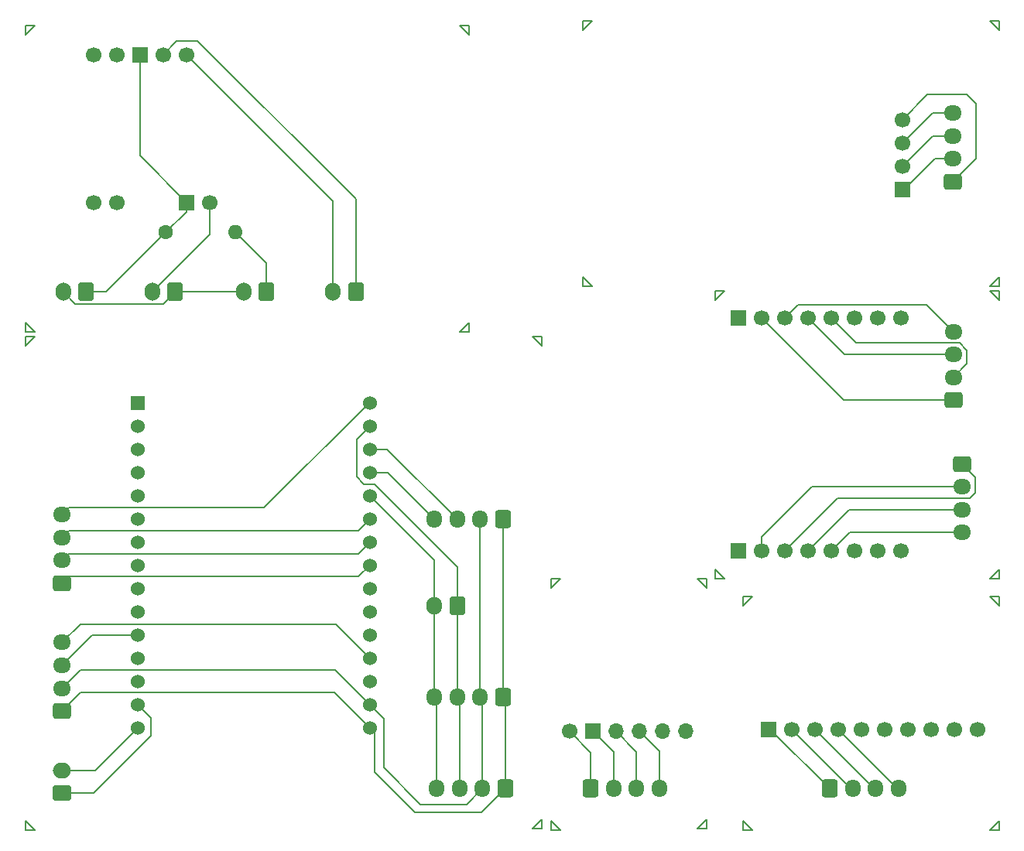
<source format=gbr>
%TF.GenerationSoftware,KiCad,Pcbnew,9.0.0*%
%TF.CreationDate,2025-09-28T04:17:03-06:00*%
%TF.ProjectId,CanSat,43616e53-6174-42e6-9b69-6361645f7063,rev?*%
%TF.SameCoordinates,Original*%
%TF.FileFunction,Copper,L1,Top*%
%TF.FilePolarity,Positive*%
%FSLAX46Y46*%
G04 Gerber Fmt 4.6, Leading zero omitted, Abs format (unit mm)*
G04 Created by KiCad (PCBNEW 9.0.0) date 2025-09-28 04:17:03*
%MOMM*%
%LPD*%
G01*
G04 APERTURE LIST*
G04 Aperture macros list*
%AMRoundRect*
0 Rectangle with rounded corners*
0 $1 Rounding radius*
0 $2 $3 $4 $5 $6 $7 $8 $9 X,Y pos of 4 corners*
0 Add a 4 corners polygon primitive as box body*
4,1,4,$2,$3,$4,$5,$6,$7,$8,$9,$2,$3,0*
0 Add four circle primitives for the rounded corners*
1,1,$1+$1,$2,$3*
1,1,$1+$1,$4,$5*
1,1,$1+$1,$6,$7*
1,1,$1+$1,$8,$9*
0 Add four rect primitives between the rounded corners*
20,1,$1+$1,$2,$3,$4,$5,0*
20,1,$1+$1,$4,$5,$6,$7,0*
20,1,$1+$1,$6,$7,$8,$9,0*
20,1,$1+$1,$8,$9,$2,$3,0*%
G04 Aperture macros list end*
%TA.AperFunction,NonConductor*%
%ADD10C,0.200000*%
%TD*%
%TA.AperFunction,ComponentPad*%
%ADD11O,1.700000X1.700000*%
%TD*%
%TA.AperFunction,ComponentPad*%
%ADD12R,1.700000X1.700000*%
%TD*%
%TA.AperFunction,ComponentPad*%
%ADD13C,1.700000*%
%TD*%
%TA.AperFunction,ComponentPad*%
%ADD14RoundRect,0.250000X-0.600000X-0.725000X0.600000X-0.725000X0.600000X0.725000X-0.600000X0.725000X0*%
%TD*%
%TA.AperFunction,ComponentPad*%
%ADD15O,1.700000X1.950000*%
%TD*%
%TA.AperFunction,ComponentPad*%
%ADD16O,1.950000X1.700000*%
%TD*%
%TA.AperFunction,ComponentPad*%
%ADD17RoundRect,0.250000X0.725000X-0.600000X0.725000X0.600000X-0.725000X0.600000X-0.725000X-0.600000X0*%
%TD*%
%TA.AperFunction,ComponentPad*%
%ADD18O,1.700000X2.000000*%
%TD*%
%TA.AperFunction,ComponentPad*%
%ADD19RoundRect,0.250000X0.600000X0.750000X-0.600000X0.750000X-0.600000X-0.750000X0.600000X-0.750000X0*%
%TD*%
%TA.AperFunction,ComponentPad*%
%ADD20RoundRect,0.250000X0.600000X0.725000X-0.600000X0.725000X-0.600000X-0.725000X0.600000X-0.725000X0*%
%TD*%
%TA.AperFunction,ComponentPad*%
%ADD21C,1.524000*%
%TD*%
%TA.AperFunction,ComponentPad*%
%ADD22R,1.524000X1.524000*%
%TD*%
%TA.AperFunction,ComponentPad*%
%ADD23O,2.000000X1.700000*%
%TD*%
%TA.AperFunction,ComponentPad*%
%ADD24RoundRect,0.250000X0.750000X-0.600000X0.750000X0.600000X-0.750000X0.600000X-0.750000X-0.600000X0*%
%TD*%
%TA.AperFunction,ComponentPad*%
%ADD25O,1.600000X1.600000*%
%TD*%
%TA.AperFunction,ComponentPad*%
%ADD26C,1.600000*%
%TD*%
%TA.AperFunction,ComponentPad*%
%ADD27RoundRect,0.250000X-0.725000X0.600000X-0.725000X-0.600000X0.725000X-0.600000X0.725000X0.600000X0*%
%TD*%
%TA.AperFunction,Conductor*%
%ADD28C,0.200000*%
%TD*%
G04 APERTURE END LIST*
D10*
X126500000Y-149000000D02*
X126500000Y-150000000D01*
X126500000Y-150000000D02*
X127500000Y-150000000D01*
X127500000Y-150000000D02*
X126500000Y-149000000D01*
X153500000Y-150000000D02*
X154500000Y-150000000D01*
X154500000Y-150000000D02*
X154500000Y-149000000D01*
X154500000Y-149000000D02*
X153500000Y-150000000D01*
X154500000Y-125500000D02*
X154500000Y-124500000D01*
X154500000Y-124500000D02*
X153500000Y-124500000D01*
X153500000Y-124500000D02*
X154500000Y-125500000D01*
X127500000Y-124500000D02*
X126500000Y-124500000D01*
X126500000Y-124500000D02*
X126500000Y-125500000D01*
X126500000Y-125500000D02*
X127500000Y-124500000D01*
X153500000Y-122500000D02*
X154500000Y-122500000D01*
X154500000Y-122500000D02*
X154500000Y-121500000D01*
X154500000Y-121500000D02*
X153500000Y-122500000D01*
X123500000Y-121500000D02*
X123500000Y-122500000D01*
X123500000Y-122500000D02*
X124500000Y-122500000D01*
X124500000Y-122500000D02*
X123500000Y-121500000D01*
X154500000Y-92000000D02*
X154500000Y-91000000D01*
X154500000Y-91000000D02*
X153500000Y-91000000D01*
X153500000Y-91000000D02*
X154500000Y-92000000D01*
X124500000Y-91000000D02*
X123500000Y-91000000D01*
X123500000Y-91000000D02*
X123500000Y-92000000D01*
X123500000Y-92000000D02*
X124500000Y-91000000D01*
X109000000Y-89500000D02*
X109000000Y-90500000D01*
X109000000Y-90500000D02*
X110000000Y-90500000D01*
X110000000Y-90500000D02*
X109000000Y-89500000D01*
X153500000Y-90500000D02*
X154500000Y-90500000D01*
X154500000Y-90500000D02*
X154500000Y-89500000D01*
X154500000Y-89500000D02*
X153500000Y-90500000D01*
X154500000Y-62500000D02*
X154500000Y-61500000D01*
X154500000Y-61500000D02*
X153500000Y-61500000D01*
X153500000Y-61500000D02*
X154500000Y-62500000D01*
X110000000Y-61500000D02*
X109000000Y-61500000D01*
X109000000Y-61500000D02*
X109000000Y-62500000D01*
X109000000Y-62500000D02*
X110000000Y-61500000D01*
X122500000Y-123500000D02*
X122500000Y-122500000D01*
X122500000Y-122500000D02*
X121500000Y-122500000D01*
X121500000Y-122500000D02*
X122500000Y-123500000D01*
X106500000Y-122500000D02*
X105500000Y-122500000D01*
X105500000Y-122500000D02*
X105500000Y-123500000D01*
X105500000Y-123500000D02*
X106500000Y-122500000D01*
X121500000Y-149872561D02*
X122500000Y-149872561D01*
X122500000Y-149872561D02*
X122500000Y-148872561D01*
X122500000Y-148872561D02*
X121500000Y-149872561D01*
X105500000Y-149000000D02*
X105500000Y-150000000D01*
X105500000Y-150000000D02*
X106500000Y-150000000D01*
X106500000Y-150000000D02*
X105500000Y-149000000D01*
X103500000Y-149872561D02*
X104500000Y-149872561D01*
X104500000Y-149872561D02*
X104500000Y-148872561D01*
X104500000Y-148872561D02*
X103500000Y-149872561D01*
X48000000Y-149000000D02*
X48000000Y-150000000D01*
X48000000Y-150000000D02*
X49000000Y-150000000D01*
X49000000Y-150000000D02*
X48000000Y-149000000D01*
X104500000Y-97000000D02*
X104500000Y-96000000D01*
X104500000Y-96000000D02*
X103500000Y-96000000D01*
X103500000Y-96000000D02*
X104500000Y-97000000D01*
X95500000Y-95500000D02*
X96500000Y-95500000D01*
X96500000Y-95500000D02*
X96500000Y-94500000D01*
X96500000Y-94500000D02*
X95500000Y-95500000D01*
X96500000Y-63000000D02*
X96500000Y-62000000D01*
X96500000Y-62000000D02*
X95500000Y-62000000D01*
X95500000Y-62000000D02*
X96500000Y-63000000D01*
X49000000Y-62000000D02*
X48000000Y-62000000D01*
X48000000Y-62000000D02*
X48000000Y-63000000D01*
X48000000Y-63000000D02*
X49000000Y-62000000D01*
X48000000Y-94500000D02*
X48000000Y-95500000D01*
X48000000Y-95500000D02*
X49000000Y-95500000D01*
X49000000Y-95500000D02*
X48000000Y-94500000D01*
X48000000Y-97000000D02*
X49000000Y-96000000D01*
X48000000Y-96000000D02*
X48000000Y-97000000D01*
X49000000Y-96000000D02*
X48000000Y-96000000D01*
D11*
%TO.P,U5,6,SDO*%
%TO.N,unconnected-(U5-SDO-Pad6)*%
X120233923Y-139222698D03*
%TO.P,U5,5,CSB*%
%TO.N,unconnected-(U5-CSB-Pad5)*%
X117693923Y-139222698D03*
%TO.P,U5,4,SDA*%
%TO.N,Net-(J4-Pin_4)*%
X115153923Y-139222698D03*
%TO.P,U5,3,SCL*%
%TO.N,Net-(J4-Pin_3)*%
X112613923Y-139222698D03*
D12*
%TO.P,U5,2,GND*%
%TO.N,Net-(J4-Pin_2)*%
X110073923Y-139222698D03*
D13*
%TO.P,U5,1,VCC*%
%TO.N,Net-(J4-Pin_1)*%
X107533923Y-139222698D03*
%TD*%
D14*
%TO.P,J4,1,Pin_1*%
%TO.N,Net-(J4-Pin_1)*%
X109854290Y-145472561D03*
D15*
%TO.P,J4,2,Pin_2*%
%TO.N,Net-(J4-Pin_2)*%
X112354290Y-145472561D03*
%TO.P,J4,3,Pin_3*%
%TO.N,Net-(J4-Pin_3)*%
X114854290Y-145472561D03*
%TO.P,J4,4,Pin_4*%
%TO.N,Net-(J4-Pin_4)*%
X117354290Y-145472561D03*
%TD*%
D13*
%TO.P,U3,4,VCC*%
%TO.N,Net-(J6-Pin_1)*%
X143981371Y-72266974D03*
%TO.P,U3,3,RX*%
%TO.N,Net-(J6-Pin_4)*%
X143981371Y-74806974D03*
%TO.P,U3,2,TX*%
%TO.N,Net-(J6-Pin_3)*%
X143981371Y-77346974D03*
D12*
%TO.P,U3,1,GND*%
%TO.N,Net-(J6-Pin_2)*%
X143981371Y-79886974D03*
%TD*%
D16*
%TO.P,J6,4,Pin_4*%
%TO.N,Net-(J6-Pin_4)*%
X149481372Y-71554683D03*
%TO.P,J6,3,Pin_3*%
%TO.N,Net-(J6-Pin_3)*%
X149481372Y-74054683D03*
%TO.P,J6,2,Pin_2*%
%TO.N,Net-(J6-Pin_2)*%
X149481372Y-76554683D03*
D17*
%TO.P,J6,1,Pin_1*%
%TO.N,Net-(J6-Pin_1)*%
X149481372Y-79054683D03*
%TD*%
D18*
%TO.P,J13,2,Pin_2*%
%TO.N,Net-(J13-Pin_2)*%
X81636794Y-91113205D03*
D19*
%TO.P,J13,1,Pin_1*%
%TO.N,Net-(J13-Pin_1)*%
X84136794Y-91113205D03*
%TD*%
D15*
%TO.P,J5,4,Pin_4*%
%TO.N,GPS.RX*%
X92750000Y-116025000D03*
%TO.P,J5,3,Pin_3*%
%TO.N,GPS.TX*%
X95250000Y-116025000D03*
%TO.P,J5,2,Pin_2*%
%TO.N,MPU.GND*%
X97750000Y-116025000D03*
D20*
%TO.P,J5,1,Pin_1*%
%TO.N,MPU.VCC*%
X100250000Y-116025000D03*
%TD*%
%TO.P,J3,1,Pin_1*%
%TO.N,MPU.VCC*%
X100250000Y-135500000D03*
D15*
%TO.P,J3,2,Pin_2*%
%TO.N,MPU.GND*%
X97750000Y-135500000D03*
%TO.P,J3,3,Pin_3*%
%TO.N,MPU.SCL*%
X95250000Y-135500000D03*
%TO.P,J3,4,Pin_4*%
%TO.N,MPU.SDA*%
X92750000Y-135500000D03*
%TD*%
%TO.P,J1,4,Pin_4*%
%TO.N,MPU.SDA*%
X93000000Y-145500000D03*
%TO.P,J1,3,Pin_3*%
%TO.N,MPU.SCL*%
X95500000Y-145500000D03*
%TO.P,J1,2,Pin_2*%
%TO.N,MPU.GND*%
X98000000Y-145500000D03*
D20*
%TO.P,J1,1,Pin_1*%
%TO.N,MPU.VCC*%
X100500000Y-145500000D03*
%TD*%
D21*
%TO.P,U1,30,IO23*%
%TO.N,LoRa2.MOSI*%
X85700000Y-103290000D03*
%TO.P,U1,29,IO22*%
%TO.N,MPU.SCL*%
X85700000Y-105830000D03*
%TO.P,U1,28,TXD0/IO1*%
%TO.N,GPS.TX*%
X85700000Y-108370000D03*
%TO.P,U1,27,RXD0/IO3*%
%TO.N,GPS.RX*%
X85700000Y-110910000D03*
%TO.P,U1,26,IO21*%
%TO.N,MPU.SDA*%
X85700000Y-113450000D03*
%TO.P,U1,25,IO19*%
%TO.N,LoRa2.MISO*%
X85700000Y-115990000D03*
%TO.P,U1,24,IO18*%
%TO.N,LoRa2.SCK*%
X85700000Y-118530000D03*
%TO.P,U1,23,IO5*%
%TO.N,LoRa2.NSS*%
X85700000Y-121070000D03*
%TO.P,U1,22,IO17*%
%TO.N,unconnected-(U1-IO17-Pad22)*%
X85700000Y-123610000D03*
%TO.P,U1,21,IO16*%
%TO.N,unconnected-(U1-IO16-Pad21)*%
X85700000Y-126150000D03*
%TO.P,U1,20,IO4*%
%TO.N,unconnected-(U1-IO4-Pad20)*%
X85700000Y-128690000D03*
%TO.P,U1,19,IO2*%
%TO.N,LoRa1.DI00*%
X85700000Y-131230000D03*
%TO.P,U1,18,IO15*%
%TO.N,unconnected-(U1-IO15-Pad18)*%
X85700000Y-133770000D03*
%TO.P,U1,17,GND*%
%TO.N,MPU.GND*%
X85700000Y-136310000D03*
%TO.P,U1,16,3V3*%
%TO.N,MPU.VCC*%
X85700000Y-138850000D03*
%TO.P,U1,15,VIN*%
%TO.N,Net-(J12-Pin_2)*%
X60300000Y-138850000D03*
%TO.P,U1,14,GND*%
%TO.N,Net-(J12-Pin_1)*%
X60300000Y-136310000D03*
%TO.P,U1,13,IO13*%
%TO.N,unconnected-(U1-IO13-Pad13)*%
X60300000Y-133770000D03*
%TO.P,U1,12,IO12*%
%TO.N,unconnected-(U1-IO12-Pad12)*%
X60300000Y-131230000D03*
%TO.P,U1,11,IO14*%
%TO.N,LoRa1.RST*%
X60300000Y-128690000D03*
%TO.P,U1,10,IO27*%
%TO.N,unconnected-(U1-IO27-Pad10)*%
X60300000Y-126150000D03*
%TO.P,U1,9,IO26*%
%TO.N,unconnected-(U1-IO26-Pad9)*%
X60300000Y-123610000D03*
%TO.P,U1,8,IO25*%
%TO.N,unconnected-(U1-IO25-Pad8)*%
X60300000Y-121070000D03*
%TO.P,U1,7,IO33*%
%TO.N,unconnected-(U1-IO33-Pad7)*%
X60300000Y-118530000D03*
%TO.P,U1,6,IO32*%
%TO.N,unconnected-(U1-IO32-Pad6)*%
X60300000Y-115990000D03*
%TO.P,U1,5,IO35*%
%TO.N,unconnected-(U1-IO35-Pad5)*%
X60300000Y-113450000D03*
%TO.P,U1,4,IO34*%
%TO.N,unconnected-(U1-IO34-Pad4)*%
X60300000Y-110910000D03*
%TO.P,U1,3,IO39*%
%TO.N,unconnected-(U1-IO39-Pad3)*%
X60300000Y-108370000D03*
%TO.P,U1,2,IO36*%
%TO.N,unconnected-(U1-IO36-Pad2)*%
X60300000Y-105830000D03*
D22*
%TO.P,U1,1,EN*%
%TO.N,unconnected-(U1-EN-Pad1)*%
X60300000Y-103290000D03*
%TD*%
D17*
%TO.P,J10,1,Pin_1*%
%TO.N,LoRa2.NSS*%
X52000000Y-123000000D03*
D16*
%TO.P,J10,2,Pin_2*%
%TO.N,LoRa2.SCK*%
X52000000Y-120500000D03*
%TO.P,J10,3,Pin_3*%
%TO.N,LoRa2.MISO*%
X52000000Y-118000000D03*
%TO.P,J10,4,Pin_4*%
%TO.N,LoRa2.MOSI*%
X52000000Y-115500000D03*
%TD*%
%TO.P,J7,4,Pin_4*%
%TO.N,LoRa1.DI00*%
X52000000Y-129500000D03*
%TO.P,J7,3,Pin_3*%
%TO.N,LoRa1.RST*%
X52000000Y-132000000D03*
%TO.P,J7,2,Pin_2*%
%TO.N,MPU.GND*%
X52000000Y-134500000D03*
D17*
%TO.P,J7,1,Pin_1*%
%TO.N,MPU.VCC*%
X52000000Y-137000000D03*
%TD*%
D23*
%TO.P,J12,2,Pin_2*%
%TO.N,Net-(J12-Pin_2)*%
X52000000Y-143500000D03*
D24*
%TO.P,J12,1,Pin_1*%
%TO.N,Net-(J12-Pin_1)*%
X52000000Y-146000000D03*
%TD*%
D18*
%TO.P,J14,2,Pin_2*%
%TO.N,MPU.SDA*%
X92750000Y-125500000D03*
D19*
%TO.P,J14,1,Pin_1*%
%TO.N,MPU.SCL*%
X95250000Y-125500000D03*
%TD*%
%TO.P,J11,1,Pin_1*%
%TO.N,Net-(J11-Pin_1)*%
X54636794Y-91138205D03*
D18*
%TO.P,J11,2,Pin_2*%
%TO.N,Net-(D1-A)*%
X52136794Y-91138205D03*
%TD*%
D25*
%TO.P,R1,2*%
%TO.N,Net-(D1-K)*%
X71006794Y-84613205D03*
D26*
%TO.P,R1,1*%
%TO.N,Net-(J11-Pin_1)*%
X63386794Y-84613205D03*
%TD*%
D18*
%TO.P,D1,2,A*%
%TO.N,Net-(D1-A)*%
X71886794Y-91113205D03*
D19*
%TO.P,D1,1,K*%
%TO.N,Net-(D1-K)*%
X74386794Y-91113205D03*
%TD*%
D18*
%TO.P,SW1,2,2*%
%TO.N,Net-(U6-VOUT)*%
X61886794Y-91113205D03*
D19*
%TO.P,SW1,1,1*%
%TO.N,Net-(D1-A)*%
X64386794Y-91113205D03*
%TD*%
D15*
%TO.P,J2,4,Pin_4*%
%TO.N,Net-(J2-Pin_4)*%
X143508602Y-145500000D03*
%TO.P,J2,3,Pin_3*%
%TO.N,Net-(J2-Pin_3)*%
X141008602Y-145500000D03*
%TO.P,J2,2,Pin_2*%
%TO.N,Net-(J2-Pin_2)*%
X138508602Y-145500000D03*
D14*
%TO.P,J2,1,Pin_1*%
%TO.N,Net-(J2-Pin_1)*%
X136008602Y-145500000D03*
%TD*%
D13*
%TO.P,U6,1,SDA*%
%TO.N,Net-(J13-Pin_2)*%
X65595663Y-65180051D03*
%TO.P,U6,2,SCL*%
%TO.N,Net-(J13-Pin_1)*%
X63055663Y-65180051D03*
D12*
%TO.P,U6,3,GND*%
%TO.N,Net-(J11-Pin_1)*%
X60515663Y-65180051D03*
D13*
%TO.P,U6,4,Reset*%
%TO.N,unconnected-(U6-Reset-Pad4)*%
X57975663Y-65180051D03*
%TO.P,U6,5,Alerta*%
%TO.N,unconnected-(U6-Alerta-Pad5)*%
X55435663Y-65180051D03*
%TO.P,U6,6,VOUT*%
%TO.N,Net-(U6-VOUT)*%
X68153205Y-81325553D03*
D12*
%TO.P,U6,7,GND*%
%TO.N,Net-(J11-Pin_1)*%
X65613205Y-81325553D03*
D13*
%TO.P,U6,8,VBAT+*%
%TO.N,unconnected-(U6-VBAT+-Pad8)*%
X57992141Y-81342764D03*
%TO.P,U6,9,VBAT-*%
%TO.N,unconnected-(U6-VBAT--Pad9)*%
X55452141Y-81342764D03*
%TD*%
D12*
%TO.P,U2,1,GND*%
%TO.N,unconnected-(U2-GND-Pad1)*%
X126000000Y-119472561D03*
D13*
%TO.P,U2,2,GND*%
%TO.N,Net-(J8-Pin_2)*%
X128540000Y-119472561D03*
%TO.P,U2,3,3.3V*%
%TO.N,Net-(J8-Pin_1)*%
X131080000Y-119472561D03*
%TO.P,U2,4,RST*%
%TO.N,Net-(J8-Pin_3)*%
X133620000Y-119472561D03*
%TO.P,U2,5,DI00*%
%TO.N,Net-(J8-Pin_4)*%
X136160000Y-119472561D03*
%TO.P,U2,6,DI01*%
%TO.N,unconnected-(U2-DI01-Pad6)*%
X138700000Y-119472561D03*
%TO.P,U2,7,DI02*%
%TO.N,unconnected-(U2-DI02-Pad7)*%
X141240000Y-119472561D03*
%TO.P,U2,8,DI03*%
%TO.N,unconnected-(U2-DI03-Pad8)*%
X143780000Y-119472561D03*
D12*
%TO.P,U2,9,GND*%
%TO.N,unconnected-(U2-GND-Pad9)*%
X126000000Y-93972561D03*
D13*
%TO.P,U2,10,NSS*%
%TO.N,Net-(J9-Pin_1)*%
X128540000Y-93972561D03*
%TO.P,U2,11,MOSI*%
%TO.N,Net-(J9-Pin_4)*%
X131080000Y-93972561D03*
%TO.P,U2,12,MISO*%
%TO.N,Net-(J9-Pin_3)*%
X133620000Y-93972561D03*
%TO.P,U2,13,SCK*%
%TO.N,Net-(J9-Pin_2)*%
X136160000Y-93972561D03*
%TO.P,U2,14,DI05*%
%TO.N,unconnected-(U2-DI05-Pad14)*%
X138700000Y-93972561D03*
%TO.P,U2,15,DI04*%
%TO.N,unconnected-(U2-DI04-Pad15)*%
X141240000Y-93972561D03*
%TO.P,U2,16,GND*%
%TO.N,unconnected-(U2-GND-Pad16)*%
X143780000Y-93972561D03*
%TD*%
D27*
%TO.P,J8,1,Pin_1*%
%TO.N,Net-(J8-Pin_1)*%
X150500000Y-109972561D03*
D16*
%TO.P,J8,2,Pin_2*%
%TO.N,Net-(J8-Pin_2)*%
X150500000Y-112472561D03*
%TO.P,J8,3,Pin_3*%
%TO.N,Net-(J8-Pin_3)*%
X150500000Y-114972561D03*
%TO.P,J8,4,Pin_4*%
%TO.N,Net-(J8-Pin_4)*%
X150500000Y-117472561D03*
%TD*%
D12*
%TO.P,U4,1,VCC*%
%TO.N,Net-(J2-Pin_1)*%
X129268602Y-139000000D03*
D13*
%TO.P,U4,2,GND*%
%TO.N,Net-(J2-Pin_2)*%
X131808602Y-139000000D03*
%TO.P,U4,3,SCL*%
%TO.N,Net-(J2-Pin_3)*%
X134348602Y-139000000D03*
%TO.P,U4,4,SDA*%
%TO.N,Net-(J2-Pin_4)*%
X136888602Y-139000000D03*
%TO.P,U4,5,EDA*%
%TO.N,unconnected-(U4-EDA-Pad5)*%
X139428602Y-139000000D03*
%TO.P,U4,6,ECL*%
%TO.N,unconnected-(U4-ECL-Pad6)*%
X141968602Y-139000000D03*
%TO.P,U4,7,AD0*%
%TO.N,unconnected-(U4-AD0-Pad7)*%
X144508602Y-139000000D03*
%TO.P,U4,8,INT*%
%TO.N,unconnected-(U4-INT-Pad8)*%
X147048602Y-139000000D03*
%TO.P,U4,9,NCS*%
%TO.N,unconnected-(U4-NCS-Pad9)*%
X149588602Y-139000000D03*
%TO.P,U4,10,FSYNC*%
%TO.N,unconnected-(U4-FSYNC-Pad10)*%
X152128602Y-139000000D03*
%TD*%
D17*
%TO.P,J9,1,Pin_1*%
%TO.N,Net-(J9-Pin_1)*%
X149500000Y-102972561D03*
D16*
%TO.P,J9,2,Pin_2*%
%TO.N,Net-(J9-Pin_2)*%
X149500000Y-100472561D03*
%TO.P,J9,3,Pin_3*%
%TO.N,Net-(J9-Pin_3)*%
X149500000Y-97972561D03*
%TO.P,J9,4,Pin_4*%
%TO.N,Net-(J9-Pin_4)*%
X149500000Y-95472561D03*
%TD*%
D28*
%TO.N,Net-(J9-Pin_4)*%
X146588096Y-92560657D02*
X149500000Y-95472561D01*
X132491904Y-92560657D02*
X146588096Y-92560657D01*
X131080000Y-93972561D02*
X132491904Y-92560657D01*
%TO.N,Net-(J9-Pin_1)*%
X137540000Y-102972561D02*
X149500000Y-102972561D01*
X128540000Y-93972561D02*
X137540000Y-102972561D01*
%TO.N,Net-(J9-Pin_3)*%
X137620000Y-97972561D02*
X149500000Y-97972561D01*
X133620000Y-93972561D02*
X137620000Y-97972561D01*
%TO.N,Net-(J8-Pin_2)*%
X134027439Y-112472561D02*
X128540000Y-117960000D01*
X150500000Y-112472561D02*
X134027439Y-112472561D01*
X128540000Y-117960000D02*
X128540000Y-119472561D01*
%TO.N,Net-(J8-Pin_1)*%
X151308644Y-113731279D02*
X136821282Y-113731279D01*
X136821282Y-113731279D02*
X131080000Y-119472561D01*
X151913535Y-111386096D02*
X151913535Y-113126388D01*
X151913535Y-113126388D02*
X151308644Y-113731279D01*
X150500000Y-109972561D02*
X151913535Y-111386096D01*
%TO.N,Net-(J8-Pin_3)*%
X138120000Y-114972561D02*
X133620000Y-119472561D01*
%TO.N,Net-(J8-Pin_4)*%
X138160000Y-117472561D02*
X136160000Y-119472561D01*
%TO.N,Net-(J2-Pin_1)*%
X129508602Y-139000000D02*
X136008602Y-145500000D01*
X129268602Y-139000000D02*
X129508602Y-139000000D01*
%TO.N,Net-(J4-Pin_2)*%
X112354290Y-145472561D02*
X112354290Y-141503065D01*
X112354290Y-141503065D02*
X110073923Y-139222698D01*
%TO.N,Net-(J4-Pin_3)*%
X114854290Y-141463065D02*
X112613923Y-139222698D01*
%TO.N,Net-(J4-Pin_4)*%
X117354290Y-145472561D02*
X117354290Y-141423065D01*
%TO.N,Net-(J4-Pin_3)*%
X114854290Y-145472561D02*
X114854290Y-141463065D01*
%TO.N,Net-(J4-Pin_4)*%
X117354290Y-141423065D02*
X115153923Y-139222698D01*
%TO.N,Net-(J4-Pin_1)*%
X109854290Y-145472561D02*
X109854290Y-141543065D01*
X109854290Y-141543065D02*
X107533923Y-139222698D01*
%TO.N,Net-(J6-Pin_3)*%
X147273662Y-74054683D02*
X143981371Y-77346974D01*
X149481372Y-74054683D02*
X147273662Y-74054683D01*
%TO.N,Net-(J6-Pin_1)*%
X150981372Y-69554683D02*
X151981372Y-70554683D01*
%TO.N,Net-(J6-Pin_4)*%
X147233662Y-71554683D02*
X149481372Y-71554683D01*
%TO.N,Net-(J6-Pin_2)*%
X144149081Y-79886974D02*
X147481372Y-76554683D01*
%TO.N,Net-(J6-Pin_1)*%
X151981372Y-70554683D02*
X151981372Y-76554683D01*
%TO.N,Net-(J6-Pin_2)*%
X143981371Y-79886974D02*
X144149081Y-79886974D01*
%TO.N,Net-(J6-Pin_4)*%
X143981371Y-74806974D02*
X147233662Y-71554683D01*
%TO.N,Net-(J6-Pin_2)*%
X147481372Y-76554683D02*
X149481372Y-76554683D01*
%TO.N,Net-(J6-Pin_1)*%
X143981371Y-72266974D02*
X146693662Y-69554683D01*
X151981372Y-76554683D02*
X149481372Y-79054683D01*
%TO.N,Net-(J9-Pin_2)*%
X150995755Y-97517556D02*
X150995755Y-98976806D01*
X150995755Y-98976806D02*
X149500000Y-100472561D01*
X138906201Y-96718762D02*
X150196961Y-96718762D01*
X136160000Y-93972561D02*
X138906201Y-96718762D01*
X150196961Y-96718762D02*
X150995755Y-97517556D01*
%TO.N,Net-(J8-Pin_3)*%
X138120000Y-114972561D02*
X150500000Y-114972561D01*
%TO.N,Net-(J8-Pin_4)*%
X138160000Y-117472561D02*
X150500000Y-117472561D01*
%TO.N,Net-(J6-Pin_1)*%
X146693662Y-69554683D02*
X150981372Y-69554683D01*
%TO.N,Net-(J13-Pin_1)*%
X66847269Y-63664818D02*
X84136794Y-80954343D01*
X64570896Y-63664818D02*
X66847269Y-63664818D01*
X63055663Y-65180051D02*
X64570896Y-63664818D01*
X84136794Y-80954343D02*
X84136794Y-91113205D01*
%TO.N,Net-(J13-Pin_2)*%
X81636794Y-81221182D02*
X81636794Y-91113205D01*
X65595663Y-65180051D02*
X81636794Y-81221182D01*
%TO.N,Net-(J12-Pin_1)*%
X61763662Y-139677609D02*
X61763662Y-137773662D01*
X61763662Y-137773662D02*
X60300000Y-136310000D01*
X55441271Y-146000000D02*
X61763662Y-139677609D01*
X51500000Y-146000000D02*
X55441271Y-146000000D01*
%TO.N,Net-(J12-Pin_2)*%
X55650000Y-143500000D02*
X60300000Y-138850000D01*
X51500000Y-143500000D02*
X55650000Y-143500000D01*
%TO.N,Net-(D1-K)*%
X74386794Y-87993205D02*
X71006794Y-84613205D01*
X74386794Y-91113205D02*
X74386794Y-87993205D01*
%TO.N,Net-(D1-A)*%
X64386794Y-91113205D02*
X71886794Y-91113205D01*
X63060794Y-92439205D02*
X64386794Y-91113205D01*
X53437794Y-92439205D02*
X63060794Y-92439205D01*
X52136794Y-91138205D02*
X53437794Y-92439205D01*
%TO.N,Net-(U6-VOUT)*%
X68153205Y-84846794D02*
X61886794Y-91113205D01*
X68153205Y-81325553D02*
X68153205Y-84846794D01*
%TO.N,Net-(J11-Pin_1)*%
X65613205Y-82386794D02*
X65613205Y-81325553D01*
X63386794Y-84613205D02*
X65613205Y-82386794D01*
X56861794Y-91138205D02*
X63386794Y-84613205D01*
X54636794Y-91138205D02*
X56861794Y-91138205D01*
%TO.N,MPU.VCC*%
X86197358Y-139347358D02*
X86197358Y-143697358D01*
X90611330Y-148111330D02*
X97888670Y-148111330D01*
X97888670Y-148111330D02*
X100500000Y-145500000D01*
X85700000Y-138850000D02*
X86197358Y-139347358D01*
X86197358Y-143697358D02*
X90611330Y-148111330D01*
%TO.N,MPU.GND*%
X96299556Y-147200444D02*
X98000000Y-145500000D01*
X91200444Y-147200444D02*
X96299556Y-147200444D01*
X87210565Y-143210565D02*
X91200444Y-147200444D01*
X87210565Y-137820565D02*
X87210565Y-143210565D01*
X85700000Y-136310000D02*
X87210565Y-137820565D01*
%TO.N,MPU.VCC*%
X100250000Y-116025000D02*
X100250000Y-135500000D01*
%TO.N,MPU.GND*%
X97750000Y-135500000D02*
X97750000Y-116025000D01*
%TO.N,MPU.SCL*%
X95250000Y-125500000D02*
X95250000Y-135500000D01*
%TO.N,MPU.SDA*%
X92750000Y-135500000D02*
X92750000Y-125500000D01*
%TO.N,MPU.SCL*%
X95250000Y-121203468D02*
X95250000Y-125500000D01*
X85055566Y-112182876D02*
X86229408Y-112182876D01*
X84229408Y-111356718D02*
X85055566Y-112182876D01*
X86229408Y-112182876D02*
X95250000Y-121203468D01*
X84229408Y-107300592D02*
X84229408Y-111356718D01*
X85700000Y-105830000D02*
X84229408Y-107300592D01*
%TO.N,GPS.TX*%
X87595000Y-108370000D02*
X95250000Y-116025000D01*
X85700000Y-108370000D02*
X87595000Y-108370000D01*
%TO.N,GPS.RX*%
X87635000Y-110910000D02*
X92750000Y-116025000D01*
X85700000Y-110910000D02*
X87635000Y-110910000D01*
%TO.N,MPU.SDA*%
X92750000Y-120500000D02*
X85700000Y-113450000D01*
X92750000Y-125500000D02*
X92750000Y-120500000D01*
X93000000Y-135750000D02*
X92750000Y-135500000D01*
X93000000Y-145500000D02*
X93000000Y-135750000D01*
%TO.N,MPU.SCL*%
X95500000Y-135750000D02*
X95250000Y-135500000D01*
X95500000Y-145500000D02*
X95500000Y-135750000D01*
%TO.N,MPU.GND*%
X98000000Y-135750000D02*
X97750000Y-135500000D01*
X98000000Y-145500000D02*
X98000000Y-135750000D01*
%TO.N,MPU.VCC*%
X100500000Y-135750000D02*
X100250000Y-135500000D01*
X100500000Y-145500000D02*
X100500000Y-135750000D01*
%TO.N,LoRa1.RST*%
X55310000Y-128690000D02*
X52000000Y-132000000D01*
X60300000Y-128690000D02*
X55310000Y-128690000D01*
%TO.N,LoRa2.MOSI*%
X74145514Y-114746976D02*
X85602490Y-103290000D01*
X52753024Y-114746976D02*
X74145514Y-114746976D01*
X52000000Y-115500000D02*
X52753024Y-114746976D01*
X85602490Y-103290000D02*
X85700000Y-103290000D01*
%TO.N,LoRa2.MISO*%
X52736156Y-117263844D02*
X84426156Y-117263844D01*
X84426156Y-117263844D02*
X85700000Y-115990000D01*
X52000000Y-118000000D02*
X52736156Y-117263844D01*
%TO.N,LoRa2.SCK*%
X84450563Y-119779437D02*
X85700000Y-118530000D01*
X52720563Y-119779437D02*
X84450563Y-119779437D01*
X52000000Y-120500000D02*
X52720563Y-119779437D01*
%TO.N,LoRa2.NSS*%
X84472420Y-122297580D02*
X85700000Y-121070000D01*
X52702420Y-122297580D02*
X84472420Y-122297580D01*
X52000000Y-123000000D02*
X52702420Y-122297580D01*
%TO.N,LoRa1.DI00*%
X81970000Y-127500000D02*
X85700000Y-131230000D01*
X54000000Y-127500000D02*
X81970000Y-127500000D01*
X52000000Y-129500000D02*
X54000000Y-127500000D01*
%TO.N,MPU.VCC*%
X81850000Y-135000000D02*
X85700000Y-138850000D01*
X52000000Y-137000000D02*
X54000000Y-135000000D01*
X54000000Y-135000000D02*
X81850000Y-135000000D01*
%TO.N,MPU.GND*%
X81890000Y-132500000D02*
X85700000Y-136310000D01*
X54000000Y-132500000D02*
X81890000Y-132500000D01*
X52000000Y-134500000D02*
X54000000Y-132500000D01*
%TO.N,Net-(J11-Pin_1)*%
X60515663Y-65180051D02*
X60515663Y-76228011D01*
X60515663Y-76228011D02*
X65613205Y-81325553D01*
%TO.N,Net-(J2-Pin_4)*%
X143388602Y-145500000D02*
X136888602Y-139000000D01*
X143508602Y-145500000D02*
X143388602Y-145500000D01*
%TO.N,Net-(J2-Pin_3)*%
X140848602Y-145500000D02*
X134348602Y-139000000D01*
X141008602Y-145500000D02*
X140848602Y-145500000D01*
%TO.N,Net-(J2-Pin_2)*%
X138308602Y-145500000D02*
X131808602Y-139000000D01*
X138508602Y-145500000D02*
X138308602Y-145500000D01*
%TD*%
M02*

</source>
